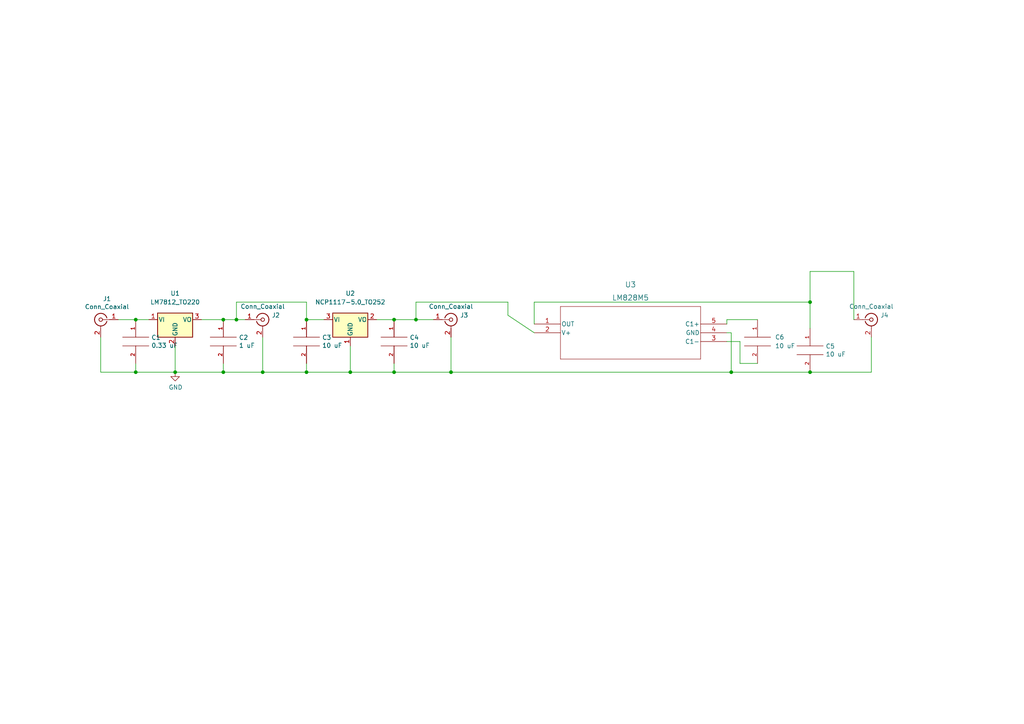
<source format=kicad_sch>
(kicad_sch (version 20211123) (generator eeschema)
  (paper "A4")
  (lib_symbols
    (symbol "2023-06-16_17-27-32:LM828M5" (pin_names (offset 0.254))
      (property "Reference" "U" (at 27.94 10.16 0))
      (property "Value" "LM828M5" (at 27.94 7.62 0))
      (symbol "LM828M5_0_1"
        (polyline (pts (xy 7.62 -10.16) (xy 48.26 -10.16)) (stroke (width 0.127)))
        (polyline (pts (xy 7.62 5.08) (xy 7.62 -10.16)) (stroke (width 0.127)))
        (polyline (pts (xy 48.26 -10.16) (xy 48.26 5.08)) (stroke (width 0.127)))
        (polyline (pts (xy 48.26 5.08) (xy 7.62 5.08)) (stroke (width 0.127)))
        (pin output line (at 0 0 0) (length 7.62) (name "OUT") (number "1"))
        (pin input line (at 0 -2.54 0) (length 7.62) (name "V+") (number "2"))
        (pin passive line (at 55.88 -5.08 180) (length 7.62) (name "C1-") (number "3"))
        (pin passive line (at 55.88 -2.54 180) (length 7.62) (name "GND") (number "4"))
        (pin passive line (at 55.88 0 180) (length 7.62) (name "C1+") (number "5"))
      )
    )
    (symbol "Connector:Conn_Coaxial" (pin_names (offset 1.016) hide)
      (property "Reference" "J" (at 0.254 3.048 0))
      (property "Value" "Conn_Coaxial" (at 2.921 0 90))
      (symbol "Conn_Coaxial_0_1"
        (arc (start -1.778 -0.508) (mid 0.222 -1.808) (end 1.778 0) (stroke (width 0.254)))
        (polyline (pts (xy -2.54 0) (xy -0.508 0)))
        (polyline (pts (xy 0 -2.54) (xy 0 -1.778)))
        (circle (center 0 0) (radius 0.508) (stroke (width 0.2032)))
        (arc (start 1.778 0) (mid 0.222 1.8083) (end -1.778 0.508) (stroke (width 0.254)))
      )
      (symbol "Conn_Coaxial_1_1"
        (pin passive line (at -5.08 0 0) (length 2.54) (name "In") (number "1"))
        (pin passive line (at 0 -5.08 90) (length 2.54) (name "Ext") (number "2"))
      )
    )
    (symbol "Regulator_Linear:LM7812_TO220" (pin_names (offset 0.254))
      (property "Reference" "U" (at -3.81 3.175 0))
      (property "Value" "LM7812_TO220" (at 0 3.175 0))
      (symbol "LM7812_TO220_0_1"
        (rectangle (start -5.08 1.905) (end 5.08 -5.08) (stroke (width 0.254)) (fill (type background)))
      )
      (symbol "LM7812_TO220_1_1"
        (pin power_in line (at -7.62 0 0) (length 2.54) (name "VI") (number "1"))
        (pin power_in line (at 0 -7.62 90) (length 2.54) (name "GND") (number "2"))
        (pin power_out line (at 7.62 0 180) (length 2.54) (name "VO") (number "3"))
      )
    )
    (symbol "Regulator_Linear:NCP1117-5.0_TO252" (pin_names (offset 0.254))
      (property "Reference" "U" (at -3.81 3.175 0))
      (property "Value" "NCP1117-5.0_TO252" (at 0 3.175 0))
      (symbol "NCP1117-5.0_TO252_0_1"
        (rectangle (start -5.08 1.905) (end 5.08 -5.08) (stroke (width 0.254)) (fill (type background)))
      )
      (symbol "NCP1117-5.0_TO252_1_1"
        (pin power_in line (at 0 -7.62 90) (length 2.54) (name "GND") (number "1"))
        (pin power_out line (at 7.62 0 180) (length 2.54) (name "VO") (number "2"))
        (pin power_in line (at -7.62 0 0) (length 2.54) (name "VI") (number "3"))
      )
    )
    (symbol "power:GND" (power) (pin_names (offset 0))
      (property "Value" "GND" (at 0 -3.81 0))
      (symbol "GND_0_1"
        (polyline (pts (xy 0 0) (xy 0 -1.27) (xy 1.27 -1.27) (xy 0 -2.54) (xy -1.27 -1.27) (xy 0 -1.27)))
      )
      (symbol "GND_1_1"
        (pin power_in line (at 0 0 270) (length 0) hide (name "GND") (number "1"))
      )
    )
    (symbol "pspice:C" (pin_names (offset 0.254))
      (property "Reference" "C" (at 2.54 3.81 90))
      (property "Value" "C" (at 2.54 -3.81 90))
      (symbol "C_0_1"
        (polyline (pts (xy -3.81 -1.27) (xy 3.81 -1.27)))
        (polyline (pts (xy -3.81 1.27) (xy 3.81 1.27)))
      )
      (symbol "C_1_1"
        (pin passive line (at 0 6.35 270) (length 5.08) (name "~") (number "1"))
        (pin passive line (at 0 -6.35 90) (length 5.08) (name "~") (number "2"))
      )
    )
  )
  (junction (at 39.37 92.71))
  (junction (at 114.3 107.95))
  (junction (at 50.8 107.95))
  (junction (at 64.77 107.95))
  (junction (at 64.77 92.71))
  (junction (at 120.65 92.71))
  (junction (at 76.2 107.95))
  (junction (at 234.95 107.95))
  (junction (at 68.58 92.71))
  (junction (at 101.6 107.95))
  (junction (at 88.9 107.95))
  (junction (at 39.37 107.95))
  (junction (at 114.3 92.71))
  (junction (at 88.9 92.71))
  (junction (at 130.81 107.95))
  (junction (at 212.09 107.95))
  (junction (at 234.95 87.63))
  (wire (pts (xy 234.95 107.95) (xy 252.73 107.95)))
  (wire (pts (xy 34.29 92.71) (xy 39.37 92.71)))
  (wire (pts (xy 147.32 91.44) (xy 147.32 87.63)))
  (wire (pts (xy 120.65 87.63) (xy 120.65 92.71)))
  (wire (pts (xy 219.71 92.71) (xy 210.82 92.71)))
  (wire (pts (xy 88.9 107.95) (xy 88.9 105.41)))
  (wire (pts (xy 68.58 92.71) (xy 71.12 92.71)))
  (wire (pts (xy 39.37 92.71) (xy 43.18 92.71)))
  (wire (pts (xy 154.94 96.52) (xy 147.32 91.44)))
  (wire (pts (xy 114.3 105.41) (xy 114.3 107.95)))
  (wire (pts (xy 64.77 107.95) (xy 50.8 107.95)))
  (wire (pts (xy 101.6 100.33) (xy 101.6 107.95)))
  (wire (pts (xy 39.37 105.41) (xy 39.37 107.95)))
  (wire (pts (xy 68.58 87.63) (xy 88.9 87.63)))
  (wire (pts (xy 39.37 107.95) (xy 29.21 107.95)))
  (wire (pts (xy 68.58 92.71) (xy 68.58 87.63)))
  (wire (pts (xy 88.9 87.63) (xy 88.9 92.71)))
  (wire (pts (xy 88.9 92.71) (xy 93.98 92.71)))
  (wire (pts (xy 114.3 107.95) (xy 130.81 107.95)))
  (wire (pts (xy 58.42 92.71) (xy 64.77 92.71)))
  (wire (pts (xy 212.09 107.95) (xy 234.95 107.95)))
  (wire (pts (xy 29.21 97.79) (xy 29.21 107.95)))
  (wire (pts (xy 154.94 87.63) (xy 234.95 87.63)))
  (wire (pts (xy 114.3 92.71) (xy 120.65 92.71)))
  (wire (pts (xy 234.95 87.63) (xy 234.95 95.25)))
  (wire (pts (xy 130.81 107.95) (xy 212.09 107.95)))
  (wire (pts (xy 64.77 92.71) (xy 68.58 92.71)))
  (wire (pts (xy 109.22 92.71) (xy 114.3 92.71)))
  (wire (pts (xy 234.95 78.74) (xy 234.95 87.63)))
  (wire (pts (xy 88.9 107.95) (xy 101.6 107.95)))
  (wire (pts (xy 50.8 107.95) (xy 39.37 107.95)))
  (wire (pts (xy 247.65 78.74) (xy 247.65 92.71)))
  (wire (pts (xy 147.32 87.63) (xy 120.65 87.63)))
  (wire (pts (xy 210.82 96.52) (xy 212.09 96.52)))
  (wire (pts (xy 64.77 105.41) (xy 64.77 107.95)))
  (wire (pts (xy 212.09 96.52) (xy 212.09 107.95)))
  (wire (pts (xy 214.63 99.06) (xy 214.63 105.41)))
  (wire (pts (xy 76.2 97.79) (xy 76.2 107.95)))
  (wire (pts (xy 130.81 107.95) (xy 130.81 97.79)))
  (wire (pts (xy 50.8 100.33) (xy 50.8 107.95)))
  (wire (pts (xy 76.2 107.95) (xy 88.9 107.95)))
  (wire (pts (xy 154.94 93.98) (xy 154.94 87.63)))
  (wire (pts (xy 210.82 92.71) (xy 210.82 93.98)))
  (wire (pts (xy 219.71 105.41) (xy 214.63 105.41)))
  (wire (pts (xy 76.2 107.95) (xy 64.77 107.95)))
  (wire (pts (xy 120.65 92.71) (xy 125.73 92.71)))
  (wire (pts (xy 252.73 107.95) (xy 252.73 97.79)))
  (wire (pts (xy 210.82 99.06) (xy 214.63 99.06)))
  (wire (pts (xy 247.65 78.74) (xy 234.95 78.74)))
  (wire (pts (xy 101.6 107.95) (xy 114.3 107.95)))
  (symbol (lib_id "Connector:Conn_Coaxial") (at 29.21 92.71 0) (mirror y) (unit 1)
    (property "Reference" "J1" (at 31.0388 86.6648 0))
    (property "Value" "Conn_Coaxial" (at 31.0388 88.9762 0))
    (property "Footprint" "Connector_Coaxial:SMA_Amphenol_132203-12_Horizontal" (effects hide))
    (property "Datasheet" " ~" (effects hide))
  )
  (symbol (lib_id "2023-06-16_17-27-32:LM828M5") (at 154.94 93.98 0) (unit 1)
    (property "Reference" "U3" (at 182.88 82.55 0) (effects (font (size 1.524 1.524))))
    (property "Value" "LM828M5" (at 182.88 86.36 0) (effects (font (size 1.524 1.524))))
    (property "Footprint" "MF05A" (effects hide))
    (property "Datasheet" "LM828M5" (effects hide))
  )
  (symbol (lib_id "Connector:Conn_Coaxial") (at 252.73 92.71 0) (unit 1)
    (property "Reference" "J4" (at 256.54 91.44 0))
    (property "Value" "Conn_Coaxial" (at 252.73 88.9 0))
    (property "Footprint" "Connector_Coaxial:SMA_Amphenol_132203-12_Horizontal" (effects hide))
    (property "Datasheet" " ~" (effects hide))
  )
  (symbol (lib_id "Connector:Conn_Coaxial") (at 130.81 92.71 0) (unit 1)
    (property "Reference" "J3" (at 134.62 91.44 0))
    (property "Value" "Conn_Coaxial" (at 130.81 88.9 0))
    (property "Footprint" "Connector_Coaxial:SMA_Amphenol_132203-12_Horizontal" (effects hide))
    (property "Datasheet" " ~" (effects hide))
  )
  (symbol (lib_id "Connector:Conn_Coaxial") (at 76.2 92.71 0) (unit 1)
    (property "Reference" "J2" (at 80.01 91.44 0))
    (property "Value" "Conn_Coaxial" (at 76.2 88.9 0))
    (property "Footprint" "Connector_Coaxial:SMA_Amphenol_132203-12_Horizontal" (effects hide))
    (property "Datasheet" " ~" (effects hide))
  )
  (symbol (lib_id "pspice:C") (at 39.37 99.06 0) (unit 1)
    (property "Reference" "C1" (at 43.8912 97.8916 0) (effects (justify left)))
    (property "Value" "0.33 uF" (at 43.8912 100.203 0) (effects (justify left)))
    (property "Footprint" "Capacitor_SMD:C_1206_3216Metric" (effects hide))
  )
  (symbol (lib_id "Regulator_Linear:LM7812_TO220") (at 50.8 92.71 0) (unit 1)
    (property "Reference" "U1" (at 50.8 85.09 0))
    (property "Value" "LM7812_TO220" (at 50.8 87.63 0))
    (property "Footprint" "Package_TO_SOT_SMD:TO-263-3_TabPin2" (effects hide))
    (property "Datasheet" "https://www.onsemi.cn/PowerSolutions/document/MC7800-D.PDF" (effects hide))
  )
  (symbol (lib_id "pspice:C") (at 219.71 99.06 0) (unit 1)
    (property "Reference" "C6" (at 224.79 97.79 0) (effects (justify left)))
    (property "Value" "10 uF" (at 224.79 100.33 0) (effects (justify left)))
    (property "Footprint" "Capacitor_SMD:C_1206_3216Metric" (effects hide))
  )
  (symbol (lib_id "pspice:C") (at 64.77 99.06 0) (unit 1)
    (property "Reference" "C2" (at 69.2912 97.8916 0) (effects (justify left)))
    (property "Value" "1 uF" (at 69.2912 100.203 0) (effects (justify left)))
    (property "Footprint" "Capacitor_SMD:C_1206_3216Metric" (effects hide))
  )
  (symbol (lib_id "pspice:C") (at 114.3 99.06 0) (unit 1)
    (property "Reference" "C4" (at 118.8212 97.8916 0) (effects (justify left)))
    (property "Value" "10 uF" (at 118.8212 100.203 0) (effects (justify left)))
    (property "Footprint" "Capacitor_SMD:C_0805_2012Metric" (effects hide))
  )
  (symbol (lib_id "pspice:C") (at 234.95 101.6 0) (unit 1)
    (property "Reference" "C5" (at 239.4712 100.4316 0) (effects (justify left)))
    (property "Value" "10 uF" (at 239.4712 102.743 0) (effects (justify left)))
    (property "Footprint" "Capacitor_SMD:C_1206_3216Metric" (effects hide))
  )
  (symbol (lib_id "pspice:C") (at 88.9 99.06 0) (unit 1)
    (property "Reference" "C3" (at 93.4212 97.8916 0) (effects (justify left)))
    (property "Value" "10 uF" (at 93.4212 100.203 0) (effects (justify left)))
    (property "Footprint" "Capacitor_SMD:C_0805_2012Metric" (effects hide))
  )
  (symbol (lib_id "Regulator_Linear:NCP1117-5.0_TO252") (at 101.6 92.71 0) (unit 1)
    (property "Reference" "U2" (at 101.6 85.09 0))
    (property "Value" "NCP1117-5.0_TO252" (at 101.6 87.63 0))
    (property "Footprint" "Package_TO_SOT_SMD:TO-252-2" (effects hide))
    (property "Datasheet" "http://www.onsemi.com/pub_link/Collateral/NCP1117-D.PDF" (effects hide))
  )
  (symbol (lib_id "power:GND") (at 50.8 107.95 0) (unit 1)
    (property "Reference" "#PWR01" (effects hide))
    (property "Value" "GND" (at 50.927 112.3442 0))
  )
)
</source>
